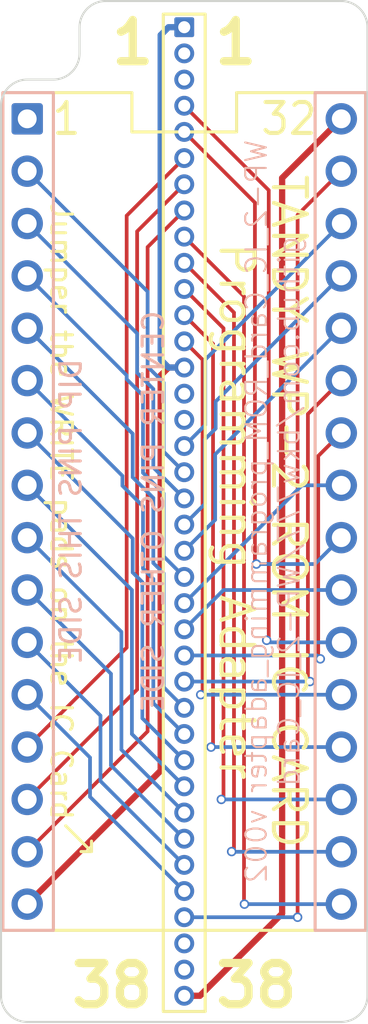
<source format=kicad_pcb>
(kicad_pcb (version 20171130) (host pcbnew 5.1.7-a382d34a8~87~ubuntu20.04.1)

  (general
    (thickness 1.6)
    (drawings 48)
    (tracks 149)
    (zones 0)
    (modules 3)
    (nets 32)
  )

  (page USLetter)
  (title_block
    (title "Programming Adapter for WP-2 IC Card")
    (date 2020-11-16)
    (rev 002)
    (company "Brian K. White - b.kenyon.w@gmail.com")
  )

  (layers
    (0 F.Cu signal)
    (31 B.Cu signal)
    (32 B.Adhes user)
    (33 F.Adhes user)
    (34 B.Paste user)
    (35 F.Paste user)
    (36 B.SilkS user)
    (37 F.SilkS user)
    (38 B.Mask user)
    (39 F.Mask user)
    (40 Dwgs.User user hide)
    (41 Cmts.User user hide)
    (42 Eco1.User user hide)
    (43 Eco2.User user hide)
    (44 Edge.Cuts user)
    (45 Margin user hide)
    (46 B.CrtYd user hide)
    (47 F.CrtYd user hide)
    (48 B.Fab user hide)
    (49 F.Fab user hide)
  )

  (setup
    (last_trace_width 0.18)
    (user_trace_width 0.18)
    (user_trace_width 0.2032)
    (user_trace_width 0.3048)
    (trace_clearance 0.16)
    (zone_clearance 0.2)
    (zone_45_only no)
    (trace_min 0.16)
    (via_size 0.46)
    (via_drill 0.3)
    (via_min_size 0.4)
    (via_min_drill 0.25)
    (user_via 0.46 0.3)
    (uvia_size 0.41)
    (uvia_drill 0.25)
    (uvias_allowed no)
    (uvia_min_size 0.4)
    (uvia_min_drill 0.25)
    (edge_width 0.1)
    (segment_width 0.2)
    (pcb_text_width 0.3)
    (pcb_text_size 1.5 1.5)
    (mod_edge_width 0.15)
    (mod_text_size 1 1)
    (mod_text_width 0.15)
    (pad_size 1.524 1.524)
    (pad_drill 0.762)
    (pad_to_mask_clearance 0)
    (aux_axis_origin 139.686 99.695)
    (grid_origin 139.686 99.695)
    (visible_elements FFFFFF7F)
    (pcbplotparams
      (layerselection 0x010fc_ffffffff)
      (usegerberextensions false)
      (usegerberattributes true)
      (usegerberadvancedattributes true)
      (creategerberjobfile true)
      (excludeedgelayer true)
      (linewidth 0.100000)
      (plotframeref false)
      (viasonmask false)
      (mode 1)
      (useauxorigin false)
      (hpglpennumber 1)
      (hpglpenspeed 20)
      (hpglpendiameter 15.000000)
      (psnegative false)
      (psa4output false)
      (plotreference true)
      (plotvalue true)
      (plotinvisibletext false)
      (padsonsilk false)
      (subtractmaskfromsilk false)
      (outputformat 1)
      (mirror false)
      (drillshape 0)
      (scaleselection 1)
      (outputdirectory "GERBER_WP-2_IC_CARD_ROM_programming_adapter"))
  )

  (net 0 "")
  (net 1 GND)
  (net 2 /~OE)
  (net 3 /D0)
  (net 4 /D1)
  (net 5 /D2)
  (net 6 /D3)
  (net 7 /D4)
  (net 8 /D5)
  (net 9 /D6)
  (net 10 /D7)
  (net 11 /A17)
  (net 12 /A16)
  (net 13 /A15)
  (net 14 /A14)
  (net 15 /A13)
  (net 16 /A12)
  (net 17 /A11)
  (net 18 /A10)
  (net 19 /A9)
  (net 20 /A8)
  (net 21 /A7)
  (net 22 /A6)
  (net 23 /A5)
  (net 24 /A4)
  (net 25 /A3)
  (net 26 /A2)
  (net 27 /A1)
  (net 28 /A0)
  (net 29 /R~W)
  (net 30 /VDD)
  (net 31 /~CE1)

  (net_class Default "This is the default net class."
    (clearance 0.16)
    (trace_width 0.18)
    (via_dia 0.46)
    (via_drill 0.3)
    (uvia_dia 0.41)
    (uvia_drill 0.25)
    (diff_pair_width 0.16)
    (diff_pair_gap 0.16)
    (add_net /A0)
    (add_net /A1)
    (add_net /A10)
    (add_net /A11)
    (add_net /A12)
    (add_net /A13)
    (add_net /A14)
    (add_net /A15)
    (add_net /A16)
    (add_net /A17)
    (add_net /A2)
    (add_net /A3)
    (add_net /A4)
    (add_net /A5)
    (add_net /A6)
    (add_net /A7)
    (add_net /A8)
    (add_net /A9)
    (add_net /BCHK)
    (add_net /CE2)
    (add_net /D0)
    (add_net /D1)
    (add_net /D2)
    (add_net /D3)
    (add_net /D4)
    (add_net /D5)
    (add_net /D6)
    (add_net /D7)
    (add_net /R~W)
    (add_net /VDD)
    (add_net /~CE1)
    (add_net /~DET)
    (add_net /~OE)
    (add_net GND)
    (add_net "Net-(J1-Pad15)")
    (add_net "Net-(J1-Pad16)")
    (add_net "Net-(J1-Pad36)")
    (add_net "Net-(J2-Pad1)")
  )

  (module 0_LOCAL:JP2_npth_storage (layer F.Cu) (tedit 5FB2371D) (tstamp 5FB296E3)
    (at 136.186 117.945 90)
    (fp_text reference REF** (at 0 -1.25 -90 unlocked) (layer F.SilkS) hide
      (effects (font (size 0.8128 0.8128) (thickness 0.0762)))
    )
    (fp_text value "" (at 0 -2 90) (layer F.Fab) hide
      (effects (font (size 0.8128 0.8128) (thickness 0.0254)))
    )
    (pad "" np_thru_hole circle (at 1.27 0 90) (size 0.9144 0.9144) (drill 0.9144) (layers *.Cu))
    (pad "" np_thru_hole circle (at -1.27 0 90) (size 0.9144 0.9144) (drill 0.9144) (layers *.Cu))
  )

  (module 0_LOCAL:Pin_Header_Straight_1x38_Pitch1.27mm (layer F.Cu) (tedit 5F9BA5EF) (tstamp 5F8D6560)
    (at 139.686 99.695)
    (descr "Through hole straight pin header, 1x38, 1.27mm pitch, single row")
    (tags "Through hole pin header THT 1x38 1.27mm single row")
    (path /5F6EF0A3)
    (fp_text reference J1 (at 1.27 0 -90) (layer F.SilkS) hide
      (effects (font (size 1 1) (thickness 0.15)))
    )
    (fp_text value Conn_01x38_Male (at -1.27 0 -90) (layer F.Fab)
      (effects (font (size 1 1) (thickness 0.15)))
    )
    (fp_text user %R (at 1.27 0 -90) (layer F.Fab)
      (effects (font (size 1 1) (thickness 0.15)))
    )
    (pad 1 thru_hole roundrect (at 0 -23.495) (size 0.9652 0.9652) (drill 0.5842) (layers *.Cu *.Mask) (roundrect_rratio 0.1)
      (net 1 GND))
    (pad 2 thru_hole circle (at 0 -22.225) (size 0.9652 0.9652) (drill 0.5842) (layers *.Cu *.Mask))
    (pad 3 thru_hole circle (at 0 -20.955) (size 0.9652 0.9652) (drill 0.5842) (layers *.Cu *.Mask))
    (pad 4 thru_hole circle (at 0 -19.685) (size 0.9652 0.9652) (drill 0.5842) (layers *.Cu *.Mask)
      (net 31 /~CE1))
    (pad 5 thru_hole circle (at 0 -18.415) (size 0.9652 0.9652) (drill 0.5842) (layers *.Cu *.Mask)
      (net 2 /~OE))
    (pad 6 thru_hole circle (at 0 -17.145) (size 0.9652 0.9652) (drill 0.5842) (layers *.Cu *.Mask)
      (net 3 /D0))
    (pad 7 thru_hole circle (at 0 -15.875) (size 0.9652 0.9652) (drill 0.5842) (layers *.Cu *.Mask)
      (net 4 /D1))
    (pad 8 thru_hole circle (at 0 -14.605) (size 0.9652 0.9652) (drill 0.5842) (layers *.Cu *.Mask)
      (net 5 /D2))
    (pad 9 thru_hole circle (at 0 -13.335) (size 0.9652 0.9652) (drill 0.5842) (layers *.Cu *.Mask)
      (net 6 /D3))
    (pad 10 thru_hole circle (at 0 -12.065) (size 0.9652 0.9652) (drill 0.5842) (layers *.Cu *.Mask)
      (net 7 /D4))
    (pad 11 thru_hole circle (at 0 -10.795) (size 0.9652 0.9652) (drill 0.5842) (layers *.Cu *.Mask)
      (net 8 /D5))
    (pad 12 thru_hole circle (at 0 -9.525) (size 0.9652 0.9652) (drill 0.5842) (layers *.Cu *.Mask)
      (net 9 /D6))
    (pad 13 thru_hole circle (at 0 -8.255) (size 0.9652 0.9652) (drill 0.5842) (layers *.Cu *.Mask)
      (net 10 /D7))
    (pad 14 thru_hole circle (at 0 -6.985) (size 0.9652 0.9652) (drill 0.5842) (layers *.Cu *.Mask)
      (net 1 GND))
    (pad 15 thru_hole circle (at 0 -5.715) (size 0.9652 0.9652) (drill 0.5842) (layers *.Cu *.Mask))
    (pad 16 thru_hole circle (at 0 -4.445) (size 0.9652 0.9652) (drill 0.5842) (layers *.Cu *.Mask))
    (pad 17 thru_hole circle (at 0 -3.175) (size 0.9652 0.9652) (drill 0.5842) (layers *.Cu *.Mask)
      (net 11 /A17))
    (pad 18 thru_hole circle (at 0 -1.905) (size 0.9652 0.9652) (drill 0.5842) (layers *.Cu *.Mask)
      (net 12 /A16))
    (pad 19 thru_hole circle (at 0 -0.635) (size 0.9652 0.9652) (drill 0.5842) (layers *.Cu *.Mask)
      (net 13 /A15))
    (pad 20 thru_hole circle (at 0 0.635) (size 0.9652 0.9652) (drill 0.5842) (layers *.Cu *.Mask)
      (net 14 /A14))
    (pad 21 thru_hole circle (at 0 1.905) (size 0.9652 0.9652) (drill 0.5842) (layers *.Cu *.Mask)
      (net 15 /A13))
    (pad 22 thru_hole circle (at 0 3.175) (size 0.9652 0.9652) (drill 0.5842) (layers *.Cu *.Mask)
      (net 16 /A12))
    (pad 23 thru_hole circle (at 0 4.445) (size 0.9652 0.9652) (drill 0.5842) (layers *.Cu *.Mask)
      (net 17 /A11))
    (pad 24 thru_hole circle (at 0 5.715) (size 0.9652 0.9652) (drill 0.5842) (layers *.Cu *.Mask)
      (net 18 /A10))
    (pad 25 thru_hole circle (at 0 6.985) (size 0.9652 0.9652) (drill 0.5842) (layers *.Cu *.Mask)
      (net 19 /A9))
    (pad 26 thru_hole circle (at 0 8.255) (size 0.9652 0.9652) (drill 0.5842) (layers *.Cu *.Mask)
      (net 20 /A8))
    (pad 27 thru_hole circle (at 0 9.525) (size 0.9652 0.9652) (drill 0.5842) (layers *.Cu *.Mask)
      (net 21 /A7))
    (pad 28 thru_hole circle (at 0 10.795) (size 0.9652 0.9652) (drill 0.5842) (layers *.Cu *.Mask)
      (net 22 /A6))
    (pad 29 thru_hole circle (at 0 12.065) (size 0.9652 0.9652) (drill 0.5842) (layers *.Cu *.Mask)
      (net 23 /A5))
    (pad 30 thru_hole circle (at 0 13.335) (size 0.9652 0.9652) (drill 0.5842) (layers *.Cu *.Mask)
      (net 24 /A4))
    (pad 31 thru_hole circle (at 0 14.605) (size 0.9652 0.9652) (drill 0.5842) (layers *.Cu *.Mask)
      (net 25 /A3))
    (pad 32 thru_hole circle (at 0 15.875) (size 0.9652 0.9652) (drill 0.5842) (layers *.Cu *.Mask)
      (net 26 /A2))
    (pad 33 thru_hole circle (at 0 17.145) (size 0.9652 0.9652) (drill 0.5842) (layers *.Cu *.Mask)
      (net 27 /A1))
    (pad 34 thru_hole circle (at 0 18.415) (size 0.9652 0.9652) (drill 0.5842) (layers *.Cu *.Mask)
      (net 28 /A0))
    (pad 35 thru_hole circle (at 0 19.685) (size 0.9652 0.9652) (drill 0.5842) (layers *.Cu *.Mask)
      (net 29 /R~W))
    (pad 36 thru_hole circle (at 0 20.955) (size 0.9652 0.9652) (drill 0.5842) (layers *.Cu *.Mask))
    (pad 37 thru_hole circle (at 0 22.225) (size 0.9652 0.9652) (drill 0.5842) (layers *.Cu *.Mask))
    (pad 38 thru_hole circle (at 0 23.495) (size 0.9652 0.9652) (drill 0.5842) (layers *.Cu *.Mask)
      (net 30 /VDD))
    (model ${KIPRJMOD}/3d/PinHeader_1x38_P1.27mm_Vertical.step
      (offset (xyz 0 23.495 0))
      (scale (xyz 1 1 1))
      (rotate (xyz 0 0 0))
    )
    (model ${KIPRJMOD}/WP-2_IC_Card_ROM.step
      (offset (xyz -1.1303 0 9.499599999999999))
      (scale (xyz 1 1 1))
      (rotate (xyz 0 -90 0))
    )
  )

  (module 0_LOCAL:2x16x600 (layer F.Cu) (tedit 5F9A5FE1) (tstamp 5F8D79D1)
    (at 139.686 99.695)
    (descr "32-lead dip package, row spacing 7.62 mm (300 mils)")
    (tags "DIL DIP PDIP 2.54mm 7.62mm 300mil")
    (path /5F97A8B8)
    (fp_text reference J2 (at -3.81 -19.05) (layer F.SilkS) hide
      (effects (font (size 1 1) (thickness 0.15)))
    )
    (fp_text value Conn_02x16_Counter_Clockwise (at 0 21.44) (layer F.Fab)
      (effects (font (size 1 1) (thickness 0.15)))
    )
    (fp_text user %R (at -3.81 0) (layer F.Fab)
      (effects (font (size 1 1) (thickness 0.15)))
    )
    (pad 1 thru_hole roundrect (at -7.62 -19.05) (size 1.524 1.524) (drill 0.9144) (layers *.Cu *.Mask) (roundrect_rratio 0.1))
    (pad 17 thru_hole circle (at 7.62 19.05) (size 1.524 1.524) (drill 0.9144) (layers *.Cu *.Mask)
      (net 6 /D3))
    (pad 2 thru_hole circle (at -7.62 -16.51) (size 1.524 1.524) (drill 0.9144) (layers *.Cu *.Mask)
      (net 12 /A16))
    (pad 18 thru_hole circle (at 7.62 16.51) (size 1.524 1.524) (drill 0.9144) (layers *.Cu *.Mask)
      (net 7 /D4))
    (pad 3 thru_hole circle (at -7.62 -13.97) (size 1.524 1.524) (drill 0.9144) (layers *.Cu *.Mask)
      (net 13 /A15))
    (pad 19 thru_hole circle (at 7.62 13.97) (size 1.524 1.524) (drill 0.9144) (layers *.Cu *.Mask)
      (net 8 /D5))
    (pad 4 thru_hole circle (at -7.62 -11.43) (size 1.524 1.524) (drill 0.9144) (layers *.Cu *.Mask)
      (net 16 /A12))
    (pad 20 thru_hole circle (at 7.62 11.43) (size 1.524 1.524) (drill 0.9144) (layers *.Cu *.Mask)
      (net 9 /D6))
    (pad 5 thru_hole circle (at -7.62 -8.89) (size 1.524 1.524) (drill 0.9144) (layers *.Cu *.Mask)
      (net 21 /A7))
    (pad 21 thru_hole circle (at 7.62 8.89) (size 1.524 1.524) (drill 0.9144) (layers *.Cu *.Mask)
      (net 10 /D7))
    (pad 6 thru_hole circle (at -7.62 -6.35) (size 1.524 1.524) (drill 0.9144) (layers *.Cu *.Mask)
      (net 22 /A6))
    (pad 22 thru_hole circle (at 7.62 6.35) (size 1.524 1.524) (drill 0.9144) (layers *.Cu *.Mask)
      (net 31 /~CE1))
    (pad 7 thru_hole circle (at -7.62 -3.81) (size 1.524 1.524) (drill 0.9144) (layers *.Cu *.Mask)
      (net 23 /A5))
    (pad 23 thru_hole circle (at 7.62 3.81) (size 1.524 1.524) (drill 0.9144) (layers *.Cu *.Mask)
      (net 18 /A10))
    (pad 8 thru_hole circle (at -7.62 -1.27) (size 1.524 1.524) (drill 0.9144) (layers *.Cu *.Mask)
      (net 24 /A4))
    (pad 24 thru_hole circle (at 7.62 1.27) (size 1.524 1.524) (drill 0.9144) (layers *.Cu *.Mask)
      (net 2 /~OE))
    (pad 9 thru_hole circle (at -7.62 1.27) (size 1.524 1.524) (drill 0.9144) (layers *.Cu *.Mask)
      (net 25 /A3))
    (pad 25 thru_hole circle (at 7.62 -1.27) (size 1.524 1.524) (drill 0.9144) (layers *.Cu *.Mask)
      (net 17 /A11))
    (pad 10 thru_hole circle (at -7.62 3.81) (size 1.524 1.524) (drill 0.9144) (layers *.Cu *.Mask)
      (net 26 /A2))
    (pad 26 thru_hole circle (at 7.62 -3.81) (size 1.524 1.524) (drill 0.9144) (layers *.Cu *.Mask)
      (net 19 /A9))
    (pad 11 thru_hole circle (at -7.62 6.35) (size 1.524 1.524) (drill 0.9144) (layers *.Cu *.Mask)
      (net 27 /A1))
    (pad 27 thru_hole circle (at 7.62 -6.35) (size 1.524 1.524) (drill 0.9144) (layers *.Cu *.Mask)
      (net 20 /A8))
    (pad 12 thru_hole circle (at -7.62 8.89) (size 1.524 1.524) (drill 0.9144) (layers *.Cu *.Mask)
      (net 28 /A0))
    (pad 28 thru_hole circle (at 7.62 -8.89) (size 1.524 1.524) (drill 0.9144) (layers *.Cu *.Mask)
      (net 15 /A13))
    (pad 13 thru_hole circle (at -7.62 11.43) (size 1.524 1.524) (drill 0.9144) (layers *.Cu *.Mask)
      (net 3 /D0))
    (pad 29 thru_hole circle (at 7.62 -11.43) (size 1.524 1.524) (drill 0.9144) (layers *.Cu *.Mask)
      (net 14 /A14))
    (pad 14 thru_hole circle (at -7.62 13.97) (size 1.524 1.524) (drill 0.9144) (layers *.Cu *.Mask)
      (net 4 /D1))
    (pad 30 thru_hole circle (at 7.62 -13.97) (size 1.524 1.524) (drill 0.9144) (layers *.Cu *.Mask)
      (net 11 /A17))
    (pad 15 thru_hole circle (at -7.62 16.51) (size 1.524 1.524) (drill 0.9144) (layers *.Cu *.Mask)
      (net 5 /D2))
    (pad 31 thru_hole circle (at 7.62 -16.51) (size 1.524 1.524) (drill 0.9144) (layers *.Cu *.Mask)
      (net 29 /R~W))
    (pad 16 thru_hole circle (at -7.62 19.05) (size 1.524 1.524) (drill 0.9144) (layers *.Cu *.Mask)
      (net 1 GND))
    (pad 32 thru_hole circle (at 7.62 -19.05) (size 1.524 1.524) (drill 0.9144) (layers *.Cu *.Mask)
      (net 30 /VDD))
    (model ${KIPRJMOD}/3d/PinHeader_1x16_P2.54mm_Vertical.step
      (offset (xyz 7.62 19.05 -1.7272))
      (scale (xyz 1 1 1))
      (rotate (xyz 0 180 0))
    )
    (model ${KIPRJMOD}/3d/PinHeader_1x16_P2.54mm_Vertical.step
      (offset (xyz -7.62 19.05 -1.7272))
      (scale (xyz 1 1 1))
      (rotate (xyz 0 -180 0))
    )
  )

  (gr_line (start 132.066 78.74) (end 133.336 78.74) (layer Edge.Cuts) (width 0.1) (tstamp 5FB32F16))
  (gr_line (start 134.606 77.47) (end 134.606 76.2) (layer Edge.Cuts) (width 0.1) (tstamp 5FB32F14))
  (gr_arc (start 133.336 77.47) (end 133.336 78.74) (angle -90) (layer Edge.Cuts) (width 0.1) (tstamp 5FB32F03))
  (gr_line (start 130.796 123.19) (end 130.796 80.01) (layer Edge.Cuts) (width 0.1) (tstamp 5FB32EFB))
  (gr_line (start 147.306 124.46) (end 132.066 124.46) (layer Edge.Cuts) (width 0.1) (tstamp 5FB32EF7))
  (gr_line (start 148.576 76.2) (end 148.576 123.19) (layer Edge.Cuts) (width 0.1) (tstamp 5FB32EF2))
  (gr_line (start 135.876 74.93) (end 147.306 74.93) (layer Edge.Cuts) (width 0.1) (tstamp 5FB32EEE))
  (gr_arc (start 147.306 123.19) (end 147.306 124.46) (angle -90) (layer Edge.Cuts) (width 0.1) (tstamp 5FB32ECA))
  (gr_arc (start 147.306 76.2) (end 148.576 76.2) (angle -90) (layer Edge.Cuts) (width 0.1) (tstamp 5FB32EB0))
  (gr_arc (start 135.876 76.2) (end 135.876 74.93) (angle -90) (layer Edge.Cuts) (width 0.1) (tstamp 5FB32E70))
  (gr_arc (start 132.066 80.01) (end 132.066 78.74) (angle -90) (layer Edge.Cuts) (width 0.1) (tstamp 5FB32E3B))
  (gr_arc (start 132.066 123.19) (end 130.796 123.19) (angle -90) (layer Edge.Cuts) (width 0.1))
  (gr_text 38 (at 143.186 122.695) (layer F.SilkS) (tstamp 5FB29B09)
    (effects (font (size 2 2) (thickness 0.4)))
  )
  (gr_text 1 (at 142.186 76.945) (layer F.SilkS) (tstamp 5FB29B06)
    (effects (font (size 2 2) (thickness 0.4)))
  )
  (gr_text "CENTER PINS OTHER SIDE" (at 138.186 99.695 90) (layer B.SilkS) (tstamp 5FAE3338)
    (effects (font (size 1 1) (thickness 0.15)) (justify mirror))
  )
  (gr_text "WP-2_IC_Card_ROM_programming_adapter v002" (at 143.186 99.695 90) (layer B.SilkS) (tstamp 5F9B912B)
    (effects (font (size 1 1) (thickness 0.1)) (justify mirror))
  )
  (gr_line (start 138.67 75.565) (end 140.702 75.565) (layer F.SilkS) (width 0.15))
  (gr_line (start 138.67 123.952) (end 138.67 75.565) (layer F.SilkS) (width 0.15))
  (gr_line (start 140.702 123.952) (end 138.67 123.952) (layer F.SilkS) (width 0.15))
  (gr_line (start 140.702 75.565) (end 140.702 123.952) (layer F.SilkS) (width 0.15))
  (gr_text 32 (at 144.766 80.645) (layer F.SilkS) (tstamp 5F8D5FA6)
    (effects (font (size 1.5 1.4) (thickness 0.2)))
  )
  (gr_line (start 135.186 116.195) (end 134.678 116.195) (layer F.SilkS) (width 0.15))
  (gr_line (start 135.186 115.687) (end 135.186 116.195) (layer F.SilkS) (width 0.15) (tstamp 5F8D55FB))
  (gr_line (start 148.486 120.015) (end 148.486 79.375) (layer F.SilkS) (width 0.15))
  (gr_line (start 130.886 120.015) (end 148.486 120.015) (layer F.SilkS) (width 0.15))
  (gr_line (start 130.886 79.375) (end 130.886 120.015) (layer F.SilkS) (width 0.15) (tstamp 5F98B4D4))
  (gr_line (start 142.226 81.28) (end 142.226 79.375) (layer F.SilkS) (width 0.15) (tstamp 5F8D513D))
  (gr_line (start 137.146 81.28) (end 142.226 81.28) (layer F.SilkS) (width 0.15))
  (gr_line (start 137.146 79.375) (end 137.146 81.28) (layer F.SilkS) (width 0.15))
  (gr_line (start 142.226 79.375) (end 148.486 79.375) (layer F.SilkS) (width 0.15) (tstamp 5F8D513B))
  (gr_line (start 130.886 79.375) (end 137.146 79.375) (layer F.SilkS) (width 0.15))
  (gr_text 1 (at 133.971 80.645) (layer F.SilkS)
    (effects (font (size 1.5 1.4) (thickness 0.2)))
  )
  (gr_text github.com/bkw777/WP-2_IC_Card (at 144.766 99.695 90) (layer B.SilkS)
    (effects (font (size 1 1) (thickness 0.1)) (justify mirror))
  )
  (gr_text "TANDY WP-2 ROM IC CARD" (at 144.766 99.695 -90) (layer F.SilkS) (tstamp 5F8DA936)
    (effects (font (size 1.6 1.6) (thickness 0.2)))
  )
  (gr_line (start 133.936 114.945) (end 135.186 116.195) (layer F.SilkS) (width 0.15))
  (gr_text "Jumper the WRITE pads on the IC Card" (at 133.717 99.695 -90) (layer F.SilkS)
    (effects (font (size 1 1) (thickness 0.15)))
  )
  (gr_text 38 (at 136.186 122.695) (layer F.SilkS)
    (effects (font (size 2 2) (thickness 0.4)))
  )
  (gr_text 1 (at 137.186 76.945) (layer F.SilkS)
    (effects (font (size 2 2) (thickness 0.4)))
  )
  (gr_text "Programming Adapter" (at 142.226 99.695 -90) (layer F.SilkS)
    (effects (font (size 1.6 1.6) (thickness 0.2)))
  )
  (gr_text "DIP PINS THIS SIDE" (at 134.186 99.695 90) (layer B.SilkS)
    (effects (font (size 1 1) (thickness 0.15)) (justify mirror))
  )
  (gr_line (start 146.036 79.375) (end 148.486 79.375) (layer B.SilkS) (width 0.15) (tstamp 5F8D854A))
  (gr_line (start 146.036 120.015) (end 146.036 79.375) (layer B.SilkS) (width 0.15))
  (gr_line (start 148.486 120.015) (end 146.036 120.015) (layer B.SilkS) (width 0.15))
  (gr_line (start 148.486 79.375) (end 148.486 120.015) (layer B.SilkS) (width 0.15))
  (gr_line (start 130.886 79.375) (end 133.336 79.375) (layer B.SilkS) (width 0.15) (tstamp 5F8D8547))
  (gr_line (start 130.886 120.015) (end 130.886 79.375) (layer B.SilkS) (width 0.15))
  (gr_line (start 133.336 120.015) (end 130.886 120.015) (layer B.SilkS) (width 0.15))
  (gr_line (start 133.336 79.375) (end 133.336 120.015) (layer B.SilkS) (width 0.15))

  (segment (start 138.924 76.2) (end 139.686 76.2) (width 0.3048) (layer B.Cu) (net 1))
  (segment (start 138.543 76.581) (end 138.924 76.2) (width 0.3048) (layer B.Cu) (net 1))
  (segment (start 138.543 92.329) (end 138.543 76.581) (width 0.3048) (layer B.Cu) (net 1))
  (segment (start 138.924 92.71) (end 138.543 92.329) (width 0.3048) (layer B.Cu) (net 1))
  (segment (start 139.686 92.71) (end 138.924 92.71) (width 0.3048) (layer B.Cu) (net 1))
  (segment (start 138.543 112.268) (end 132.066 118.745) (width 0.3048) (layer F.Cu) (net 1))
  (segment (start 138.543 93.091) (end 138.543 112.268) (width 0.3048) (layer F.Cu) (net 1))
  (segment (start 138.924 92.71) (end 138.543 93.091) (width 0.3048) (layer F.Cu) (net 1))
  (segment (start 139.686 92.71) (end 138.924 92.71) (width 0.3048) (layer F.Cu) (net 1))
  (segment (start 143.115 84.709) (end 139.686 81.28) (width 0.18) (layer F.Cu) (net 2))
  (segment (start 143.115 102.174) (end 143.115 84.709) (width 0.18) (layer F.Cu) (net 2))
  (segment (start 146.026 102.245) (end 147.306 100.965) (width 0.18) (layer B.Cu) (net 2))
  (segment (start 143.186 102.245) (end 143.115 102.174) (width 0.18) (layer F.Cu) (net 2))
  (segment (start 143.186 102.245) (end 146.026 102.245) (width 0.18) (layer B.Cu) (net 2))
  (via (at 143.186 102.245) (size 0.46) (drill 0.3) (layers F.Cu B.Cu) (net 2))
  (segment (start 136.892 85.344) (end 139.686 82.55) (width 0.18) (layer F.Cu) (net 3))
  (segment (start 136.892 106.299) (end 136.892 85.344) (width 0.18) (layer F.Cu) (net 3))
  (segment (start 132.066 111.125) (end 136.892 106.299) (width 0.18) (layer F.Cu) (net 3))
  (segment (start 137.4 86.106) (end 139.686 83.82) (width 0.18) (layer F.Cu) (net 4))
  (segment (start 137.4 108.331) (end 137.4 86.106) (width 0.18) (layer F.Cu) (net 4))
  (segment (start 132.066 113.665) (end 137.4 108.331) (width 0.18) (layer F.Cu) (net 4))
  (segment (start 137.908 86.868) (end 139.686 85.09) (width 0.18) (layer F.Cu) (net 5))
  (segment (start 137.908 110.363) (end 137.908 86.868) (width 0.18) (layer F.Cu) (net 5))
  (segment (start 132.066 116.205) (end 137.908 110.363) (width 0.18) (layer F.Cu) (net 5))
  (via (at 142.607 118.745) (size 0.46) (drill 0.3) (layers F.Cu B.Cu) (net 6))
  (segment (start 146.29 118.745) (end 147.306 118.745) (width 0.18) (layer B.Cu) (net 6))
  (segment (start 142.607 118.745) (end 146.29 118.745) (width 0.18) (layer B.Cu) (net 6))
  (segment (start 142.607 118.745) (end 142.586 118.724) (width 0.18) (layer F.Cu) (net 6))
  (segment (start 142.586 118.724) (end 142.586 89.26) (width 0.18) (layer F.Cu) (net 6))
  (segment (start 142.586 89.26) (end 139.686 86.36) (width 0.18) (layer F.Cu) (net 6))
  (segment (start 141.996 116.205) (end 147.306 116.205) (width 0.18) (layer B.Cu) (net 7))
  (segment (start 141.986 116.195) (end 141.996 116.205) (width 0.18) (layer B.Cu) (net 7))
  (via (at 141.986 116.195) (size 0.46) (drill 0.3) (layers F.Cu B.Cu) (net 7))
  (segment (start 141.986 116.195) (end 142.099 116.082) (width 0.18) (layer F.Cu) (net 7))
  (segment (start 142.099 116.082) (end 142.099 90.043) (width 0.18) (layer F.Cu) (net 7))
  (segment (start 142.099 90.043) (end 139.686 87.63) (width 0.18) (layer F.Cu) (net 7))
  (segment (start 141.486 113.665) (end 147.306 113.665) (width 0.18) (layer B.Cu) (net 8))
  (via (at 141.486 113.665) (size 0.46) (drill 0.3) (layers F.Cu B.Cu) (net 8))
  (segment (start 141.486 113.665) (end 141.591 113.56) (width 0.18) (layer F.Cu) (net 8))
  (segment (start 141.591 113.56) (end 141.591 90.805) (width 0.18) (layer F.Cu) (net 8))
  (segment (start 141.591 90.805) (end 139.686 88.9) (width 0.18) (layer F.Cu) (net 8))
  (segment (start 140.986 111.125) (end 147.306 111.125) (width 0.18) (layer B.Cu) (net 9))
  (via (at 140.986 111.125) (size 0.46) (drill 0.3) (layers F.Cu B.Cu) (net 9))
  (segment (start 140.986 111.125) (end 141.083 111.028) (width 0.18) (layer F.Cu) (net 9))
  (segment (start 141.083 111.028) (end 141.083 91.567) (width 0.18) (layer F.Cu) (net 9))
  (segment (start 141.083 91.567) (end 139.686 90.17) (width 0.18) (layer F.Cu) (net 9))
  (segment (start 140.575 92.329) (end 139.686 91.44) (width 0.18) (layer F.Cu) (net 10))
  (segment (start 140.575 108.496) (end 140.575 92.329) (width 0.18) (layer F.Cu) (net 10))
  (segment (start 140.486 108.585) (end 140.575 108.496) (width 0.18) (layer F.Cu) (net 10))
  (segment (start 140.486 108.585) (end 147.306 108.585) (width 0.18) (layer B.Cu) (net 10))
  (via (at 140.486 108.585) (size 0.46) (drill 0.3) (layers F.Cu B.Cu) (net 10))
  (segment (start 147.256 85.725) (end 147.306 85.725) (width 0.2032) (layer B.Cu) (net 11))
  (segment (start 147.226 85.695) (end 147.256 85.725) (width 0.2032) (layer B.Cu) (net 11))
  (segment (start 140.702 92.329) (end 147.306 85.725) (width 0.18) (layer B.Cu) (net 11))
  (segment (start 140.702 95.504) (end 140.702 92.329) (width 0.18) (layer B.Cu) (net 11))
  (segment (start 139.686 96.52) (end 140.702 95.504) (width 0.18) (layer B.Cu) (net 11))
  (segment (start 138.686 96.79) (end 139.686 97.79) (width 0.18) (layer B.Cu) (net 12))
  (segment (start 138.686 93.445) (end 138.686 96.79) (width 0.18) (layer B.Cu) (net 12))
  (segment (start 137.908 89.027) (end 137.908 92.667) (width 0.18) (layer B.Cu) (net 12))
  (segment (start 137.908 92.667) (end 138.686 93.445) (width 0.18) (layer B.Cu) (net 12))
  (segment (start 132.066 83.185) (end 137.908 89.027) (width 0.18) (layer B.Cu) (net 12))
  (segment (start 138.186 97.56) (end 138.686 98.06) (width 0.18) (layer B.Cu) (net 13))
  (segment (start 138.186 93.7525) (end 138.186 97.56) (width 0.18) (layer B.Cu) (net 13))
  (segment (start 137.4 92.9665) (end 138.186 93.7525) (width 0.18) (layer B.Cu) (net 13))
  (segment (start 138.686 98.06) (end 139.686 99.06) (width 0.18) (layer B.Cu) (net 13))
  (segment (start 137.4 91.059) (end 137.4 92.9665) (width 0.18) (layer B.Cu) (net 13))
  (segment (start 132.066 85.725) (end 137.4 91.059) (width 0.18) (layer B.Cu) (net 13))
  (segment (start 141.21 94.361) (end 147.306 88.265) (width 0.18) (layer B.Cu) (net 14))
  (segment (start 141.21 95.671) (end 141.21 94.361) (width 0.18) (layer B.Cu) (net 14))
  (segment (start 140.686 96.195) (end 141.21 95.671) (width 0.18) (layer B.Cu) (net 14))
  (segment (start 140.686 99.33) (end 140.686 96.195) (width 0.18) (layer B.Cu) (net 14))
  (segment (start 139.686 100.33) (end 140.686 99.33) (width 0.18) (layer B.Cu) (net 14))
  (segment (start 141.186 100.1) (end 139.686 101.6) (width 0.18) (layer B.Cu) (net 15))
  (segment (start 141.186 96.925) (end 141.186 100.1) (width 0.18) (layer B.Cu) (net 15))
  (segment (start 147.306 90.805) (end 141.186 96.925) (width 0.18) (layer B.Cu) (net 15))
  (segment (start 138.686 101.87) (end 139.686 102.87) (width 0.18) (layer B.Cu) (net 16))
  (segment (start 138.686 98.82) (end 138.686 101.87) (width 0.18) (layer B.Cu) (net 16))
  (segment (start 137.686 94.07) (end 137.686 97.82) (width 0.18) (layer B.Cu) (net 16))
  (segment (start 137.686 97.82) (end 138.686 98.82) (width 0.18) (layer B.Cu) (net 16))
  (segment (start 136.892 93.276) (end 137.686 94.07) (width 0.18) (layer B.Cu) (net 16))
  (segment (start 136.892 93.091) (end 136.892 93.276) (width 0.18) (layer B.Cu) (net 16))
  (segment (start 132.066 88.265) (end 136.892 93.091) (width 0.18) (layer B.Cu) (net 16))
  (segment (start 146.686 98.445) (end 147.286 98.445) (width 0.25) (layer B.Cu) (net 17))
  (segment (start 147.286 98.445) (end 147.306 98.425) (width 0.25) (layer B.Cu) (net 17))
  (segment (start 145.401 98.425) (end 139.686 104.14) (width 0.18) (layer B.Cu) (net 17))
  (segment (start 147.306 98.425) (end 145.401 98.425) (width 0.18) (layer B.Cu) (net 17))
  (segment (start 141.591 103.505) (end 147.306 103.505) (width 0.18) (layer B.Cu) (net 18))
  (segment (start 139.686 105.41) (end 141.591 103.505) (width 0.18) (layer B.Cu) (net 18))
  (segment (start 146.286 106.845) (end 146.186 106.745) (width 0.18) (layer F.Cu) (net 19))
  (segment (start 146.121 106.68) (end 139.686 106.68) (width 0.18) (layer B.Cu) (net 19))
  (segment (start 146.186 97.005) (end 147.306 95.885) (width 0.18) (layer F.Cu) (net 19))
  (segment (start 146.286 106.845) (end 146.121 106.68) (width 0.18) (layer B.Cu) (net 19))
  (segment (start 146.186 106.745) (end 146.186 97.005) (width 0.18) (layer F.Cu) (net 19))
  (via (at 146.286 106.845) (size 0.46) (drill 0.3) (layers F.Cu B.Cu) (net 19))
  (segment (start 139.691 107.945) (end 139.686 107.95) (width 0.2032) (layer B.Cu) (net 20))
  (segment (start 145.686 94.965) (end 147.306 93.345) (width 0.18) (layer F.Cu) (net 20))
  (segment (start 145.686 107.845) (end 145.686 94.965) (width 0.18) (layer F.Cu) (net 20))
  (segment (start 145.786 107.945) (end 139.691 107.945) (width 0.18) (layer B.Cu) (net 20))
  (segment (start 145.786 107.945) (end 145.686 107.845) (width 0.18) (layer F.Cu) (net 20))
  (via (at 145.786 107.945) (size 0.46) (drill 0.3) (layers F.Cu B.Cu) (net 20))
  (segment (start 138.686 108.22) (end 139.686 109.22) (width 0.18) (layer B.Cu) (net 21))
  (segment (start 138.686 102.695) (end 138.686 108.22) (width 0.18) (layer B.Cu) (net 21))
  (segment (start 138.186 102.195) (end 138.686 102.695) (width 0.18) (layer B.Cu) (net 21))
  (segment (start 138.186 99.0385) (end 138.186 102.195) (width 0.18) (layer B.Cu) (net 21))
  (segment (start 137.186 98.0385) (end 138.186 99.0385) (width 0.18) (layer B.Cu) (net 21))
  (segment (start 137.186 95.925) (end 137.186 98.0385) (width 0.18) (layer B.Cu) (net 21))
  (segment (start 132.066 90.805) (end 137.186 95.925) (width 0.18) (layer B.Cu) (net 21))
  (segment (start 138.186 102.9675) (end 138.186 108.99) (width 0.18) (layer B.Cu) (net 22))
  (segment (start 137.686 99.445) (end 137.686 102.4675) (width 0.18) (layer B.Cu) (net 22))
  (segment (start 136.686 98.445) (end 137.686 99.445) (width 0.18) (layer B.Cu) (net 22))
  (segment (start 137.686 102.4675) (end 138.186 102.9675) (width 0.18) (layer B.Cu) (net 22))
  (segment (start 136.686 97.965) (end 136.686 98.445) (width 0.18) (layer B.Cu) (net 22))
  (segment (start 138.186 108.99) (end 139.686 110.49) (width 0.18) (layer B.Cu) (net 22))
  (segment (start 132.066 93.345) (end 136.686 97.965) (width 0.18) (layer B.Cu) (net 22))
  (segment (start 137.654 109.728) (end 139.686 111.76) (width 0.18) (layer B.Cu) (net 23))
  (segment (start 137.654 103.124) (end 137.654 109.728) (width 0.18) (layer B.Cu) (net 23))
  (segment (start 137.186 102.656) (end 137.654 103.124) (width 0.18) (layer B.Cu) (net 23))
  (segment (start 137.186 101.005) (end 137.186 102.656) (width 0.18) (layer B.Cu) (net 23))
  (segment (start 132.066 95.885) (end 137.186 101.005) (width 0.18) (layer B.Cu) (net 23))
  (segment (start 137.146 110.49) (end 139.686 113.03) (width 0.18) (layer B.Cu) (net 24))
  (segment (start 137.146 103.505) (end 137.146 110.49) (width 0.18) (layer B.Cu) (net 24))
  (segment (start 132.066 98.425) (end 137.146 103.505) (width 0.18) (layer B.Cu) (net 24))
  (segment (start 136.638 111.252) (end 139.686 114.3) (width 0.18) (layer B.Cu) (net 25))
  (segment (start 136.638 105.537) (end 136.638 111.252) (width 0.18) (layer B.Cu) (net 25))
  (segment (start 132.066 100.965) (end 136.638 105.537) (width 0.18) (layer B.Cu) (net 25))
  (segment (start 136.13 112.014) (end 139.686 115.57) (width 0.18) (layer B.Cu) (net 26))
  (segment (start 136.13 107.569) (end 136.13 112.014) (width 0.18) (layer B.Cu) (net 26))
  (segment (start 132.066 103.505) (end 136.13 107.569) (width 0.18) (layer B.Cu) (net 26))
  (segment (start 135.622 112.776) (end 139.686 116.84) (width 0.18) (layer B.Cu) (net 27))
  (segment (start 135.622 109.601) (end 135.622 112.776) (width 0.18) (layer B.Cu) (net 27))
  (segment (start 132.066 106.045) (end 135.622 109.601) (width 0.18) (layer B.Cu) (net 27))
  (segment (start 135.114 113.538) (end 139.686 118.11) (width 0.18) (layer B.Cu) (net 28))
  (segment (start 135.114 111.633) (end 135.114 113.538) (width 0.18) (layer B.Cu) (net 28))
  (segment (start 132.066 108.585) (end 135.114 111.633) (width 0.18) (layer B.Cu) (net 28))
  (segment (start 145.186 119.38) (end 145.186 85.305) (width 0.18) (layer F.Cu) (net 29))
  (segment (start 145.186 85.305) (end 147.306 83.185) (width 0.18) (layer F.Cu) (net 29))
  (segment (start 145.186 119.38) (end 139.686 119.38) (width 0.18) (layer B.Cu) (net 29))
  (via (at 145.186 119.38) (size 0.46) (drill 0.3) (layers F.Cu B.Cu) (net 29))
  (segment (start 140.448 123.19) (end 139.686 123.19) (width 0.3048) (layer F.Cu) (net 30))
  (segment (start 144.436 119.202) (end 140.448 123.19) (width 0.3048) (layer F.Cu) (net 30))
  (segment (start 144.436 83.515) (end 144.436 119.202) (width 0.3048) (layer F.Cu) (net 30))
  (segment (start 147.306 80.645) (end 144.436 83.515) (width 0.3048) (layer F.Cu) (net 30))
  (segment (start 143.686 105.945) (end 143.686 105.945) (width 0.18) (layer F.Cu) (net 31) (tstamp 5FB31EA8))
  (via (at 143.686 105.945) (size 0.46) (drill 0.3) (layers F.Cu B.Cu) (net 31))
  (segment (start 143.786 106.045) (end 143.686 105.945) (width 0.18) (layer B.Cu) (net 31))
  (segment (start 147.306 106.045) (end 143.786 106.045) (width 0.18) (layer B.Cu) (net 31))
  (segment (start 143.786 105.845) (end 143.686 105.945) (width 0.18) (layer F.Cu) (net 31))
  (segment (start 143.786 84.11) (end 143.786 105.845) (width 0.18) (layer F.Cu) (net 31))
  (segment (start 139.686 80.01) (end 143.786 84.11) (width 0.18) (layer F.Cu) (net 31))

)

</source>
